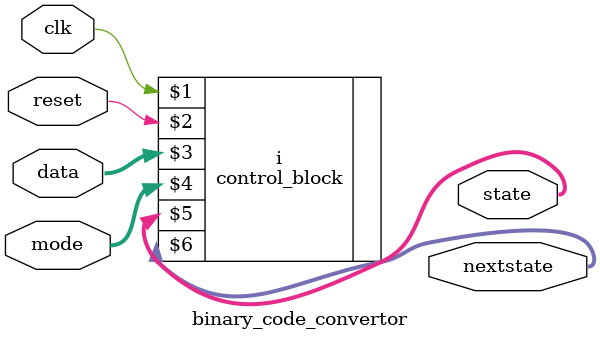
<source format=v>
module binary_code_convertor(input clk,reset,input [2:0]mode,input [7:0] data
,output [7:0]state,nextstate);

control_block i(clk,reset,data,mode,state,nextstate);

endmodule
</source>
